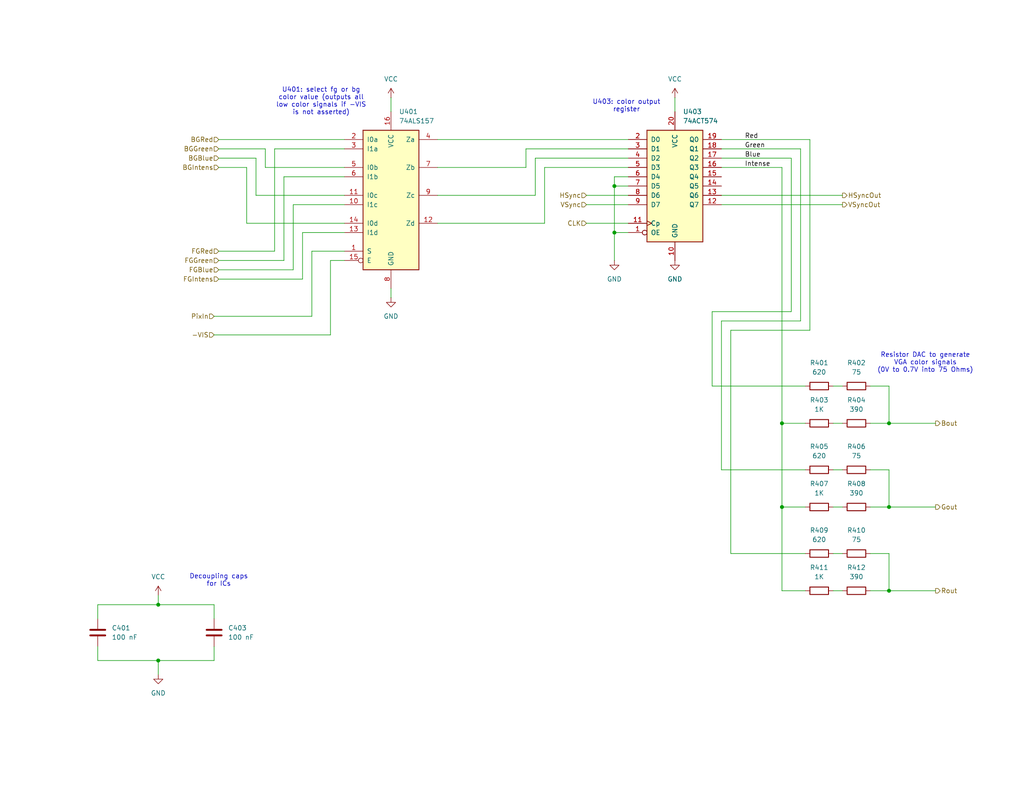
<source format=kicad_sch>
(kicad_sch (version 20231120) (generator "eeschema") (generator_version "8.0")
  (paper "USLetter")
  (title_block (title "Output") (company "daveho hacks"))
  (lib_symbols
    (symbol "74xx:74LS157" (pin_names (offset 1.016))
      (property "Reference" "U" (at -7.62 19.05 0))
      (property "Value" "74LS157" (at -7.62 -21.59 0))
      (symbol "74LS157_1_0"
        (pin input line (at -12.7 -15.24 0) (length 5.08) (name "S") (number "1"))
        (pin input line (at -12.7 -2.54 0) (length 5.08) (name "I1c") (number "10"))
        (pin input line (at -12.7 0 0) (length 5.08) (name "I0c") (number "11"))
        (pin output line (at 12.7 -7.62 180) (length 5.08) (name "Zd") (number "12"))
        (pin input line (at -12.7 -10.16 0) (length 5.08) (name "I1d") (number "13"))
        (pin input line (at -12.7 -7.62 0) (length 5.08) (name "I0d") (number "14"))
        (pin input inverted (at -12.7 -17.78 0) (length 5.08) (name "E") (number "15"))
        (pin power_in line (at 0 22.86 270) (length 5.08) (name "VCC") (number "16"))
        (pin input line (at -12.7 15.24 0) (length 5.08) (name "I0a") (number "2"))
        (pin input line (at -12.7 12.7 0) (length 5.08) (name "I1a") (number "3"))
        (pin output line (at 12.7 15.24 180) (length 5.08) (name "Za") (number "4"))
        (pin input line (at -12.7 7.62 0) (length 5.08) (name "I0b") (number "5"))
        (pin input line (at -12.7 5.08 0) (length 5.08) (name "I1b") (number "6"))
        (pin output line (at 12.7 7.62 180) (length 5.08) (name "Zb") (number "7"))
        (pin power_in line (at 0 -25.4 90) (length 5.08) (name "GND") (number "8"))
        (pin output line (at 12.7 0 180) (length 5.08) (name "Zc") (number "9"))
      )
      (symbol "74LS157_1_1"
        (rectangle (start -7.62 17.78) (end 7.62 -20.32) (stroke (width 0.254)) (fill (type background)))
      )
    )
    (symbol "74xx:74LS574" (pin_names (offset 1.016))
      (property "Reference" "U" (at -7.62 16.51 0))
      (property "Value" "74LS574" (at -7.62 -16.51 0))
      (symbol "74LS574_1_0"
        (pin input inverted (at -12.7 -12.7 0) (length 5.08) (name "OE") (number "1"))
        (pin power_in line (at 0 -20.32 90) (length 5.08) (name "GND") (number "10"))
        (pin input clock (at -12.7 -10.16 0) (length 5.08) (name "Cp") (number "11"))
        (pin tri_state line (at 12.7 -5.08 180) (length 5.08) (name "Q7") (number "12"))
        (pin tri_state line (at 12.7 -2.54 180) (length 5.08) (name "Q6") (number "13"))
        (pin tri_state line (at 12.7 0 180) (length 5.08) (name "Q5") (number "14"))
        (pin tri_state line (at 12.7 2.54 180) (length 5.08) (name "Q4") (number "15"))
        (pin tri_state line (at 12.7 5.08 180) (length 5.08) (name "Q3") (number "16"))
        (pin tri_state line (at 12.7 7.62 180) (length 5.08) (name "Q2") (number "17"))
        (pin tri_state line (at 12.7 10.16 180) (length 5.08) (name "Q1") (number "18"))
        (pin tri_state line (at 12.7 12.7 180) (length 5.08) (name "Q0") (number "19"))
        (pin input line (at -12.7 12.7 0) (length 5.08) (name "D0") (number "2"))
        (pin power_in line (at 0 20.32 270) (length 5.08) (name "VCC") (number "20"))
        (pin input line (at -12.7 10.16 0) (length 5.08) (name "D1") (number "3"))
        (pin input line (at -12.7 7.62 0) (length 5.08) (name "D2") (number "4"))
        (pin input line (at -12.7 5.08 0) (length 5.08) (name "D3") (number "5"))
        (pin input line (at -12.7 2.54 0) (length 5.08) (name "D4") (number "6"))
        (pin input line (at -12.7 0 0) (length 5.08) (name "D5") (number "7"))
        (pin input line (at -12.7 -2.54 0) (length 5.08) (name "D6") (number "8"))
        (pin input line (at -12.7 -5.08 0) (length 5.08) (name "D7") (number "9"))
      )
      (symbol "74LS574_1_1"
        (rectangle (start -7.62 15.24) (end 7.62 -15.24) (stroke (width 0.254)) (fill (type background)))
      )
    )
    (symbol "Device:C" (pin_numbers hide) (pin_names (offset 0.254))
      (property "Reference" "C" (at 0.635 2.54 0))
      (property "Value" "C" (at 0.635 -2.54 0))
      (symbol "C_0_1"
        (polyline (pts (xy -2.032 -0.762) (xy 2.032 -0.762)) (stroke (width 0.508)))
        (polyline (pts (xy -2.032 0.762) (xy 2.032 0.762)) (stroke (width 0.508)))
      )
      (symbol "C_1_1"
        (pin passive line (at 0 3.81 270) (length 2.794) (name "~") (number "1"))
        (pin passive line (at 0 -3.81 90) (length 2.794) (name "~") (number "2"))
      )
    )
    (symbol "Device:R" (pin_numbers hide) (pin_names (offset 0))
      (property "Reference" "R" (at 2.032 0 90))
      (property "Value" "R" (at 0 0 90))
      (symbol "R_0_1"
        (rectangle (start -1.016 -2.54) (end 1.016 2.54) (stroke (width 0.254)))
      )
      (symbol "R_1_1"
        (pin passive line (at 0 3.81 270) (length 1.27) (name "~") (number "1"))
        (pin passive line (at 0 -3.81 90) (length 1.27) (name "~") (number "2"))
      )
    )
    (symbol "power:GND" (power) (pin_numbers hide) (pin_names (offset 0) hide)
      (property "Value" "GND" (at 0 -3.81 0))
      (symbol "GND_0_1"
        (polyline (pts (xy 0 0) (xy 0 -1.27) (xy 1.27 -1.27) (xy 0 -2.54) (xy -1.27 -1.27) (xy 0 -1.27)))
      )
      (symbol "GND_1_1"
        (pin power_in line (at 0 0 270) (length 0) (name "~") (number "1"))
      )
    )
    (symbol "power:VCC" (power) (pin_numbers hide) (pin_names (offset 0) hide)
      (property "Value" "VCC" (at 0 3.556 0))
      (symbol "VCC_0_1"
        (polyline (pts (xy -0.762 1.27) (xy 0 2.54)))
        (polyline (pts (xy 0 0) (xy 0 2.54)))
        (polyline (pts (xy 0 2.54) (xy 0.762 1.27)))
      )
      (symbol "VCC_1_1"
        (pin power_in line (at 0 0 90) (length 0) (name "~") (number "1"))
      )
    )
  )
  (junction (at 242.57 115.57))
  (junction (at 43.18 180.34))
  (junction (at 213.36 138.43))
  (junction (at 43.18 165.1))
  (junction (at 242.57 138.43))
  (junction (at 213.36 115.57))
  (junction (at 167.64 50.8))
  (junction (at 242.57 161.29))
  (junction (at 167.64 63.5))
  (wire (pts (xy 196.85 55.88) (xy 229.87 55.88)))
  (wire (pts (xy 171.45 40.64) (xy 143.51 40.64)))
  (wire (pts (xy 242.57 151.13) (xy 242.57 161.29)))
  (wire (pts (xy 119.38 53.34) (xy 146.05 53.34)))
  (wire (pts (xy 58.42 86.36) (xy 85.09 86.36)))
  (wire (pts (xy 218.44 87.63) (xy 196.85 87.63)))
  (wire (pts (xy 59.69 45.72) (xy 67.31 45.72)))
  (wire (pts (xy 67.31 60.96) (xy 93.98 60.96)))
  (wire (pts (xy 26.67 176.53) (xy 26.67 180.34)))
  (wire (pts (xy 199.39 151.13) (xy 219.71 151.13)))
  (wire (pts (xy 90.17 71.12) (xy 93.98 71.12)))
  (wire (pts (xy 196.85 38.1) (xy 220.98 38.1)))
  (wire (pts (xy 143.51 40.64) (xy 143.51 45.72)))
  (wire (pts (xy 106.68 78.74) (xy 106.68 81.28)))
  (wire (pts (xy 227.33 128.27) (xy 229.87 128.27)))
  (wire (pts (xy 106.68 26.67) (xy 106.68 30.48)))
  (wire (pts (xy 167.64 48.26) (xy 167.64 50.8)))
  (wire (pts (xy 196.85 53.34) (xy 229.87 53.34)))
  (wire (pts (xy 67.31 45.72) (xy 67.31 60.96)))
  (wire (pts (xy 59.69 38.1) (xy 93.98 38.1)))
  (wire (pts (xy 85.09 68.58) (xy 93.98 68.58)))
  (wire (pts (xy 171.45 45.72) (xy 148.59 45.72)))
  (wire (pts (xy 59.69 40.64) (xy 72.39 40.64)))
  (wire (pts (xy 58.42 176.53) (xy 58.42 180.34)))
  (wire (pts (xy 194.31 105.41) (xy 219.71 105.41)))
  (wire (pts (xy 58.42 165.1) (xy 43.18 165.1)))
  (wire (pts (xy 227.33 151.13) (xy 229.87 151.13)))
  (wire (pts (xy 237.49 138.43) (xy 242.57 138.43)))
  (wire (pts (xy 72.39 45.72) (xy 93.98 45.72)))
  (wire (pts (xy 160.02 53.34) (xy 171.45 53.34)))
  (wire (pts (xy 184.15 26.67) (xy 184.15 30.48)))
  (wire (pts (xy 213.36 45.72) (xy 213.36 115.57)))
  (wire (pts (xy 69.85 53.34) (xy 93.98 53.34)))
  (wire (pts (xy 237.49 115.57) (xy 242.57 115.57)))
  (wire (pts (xy 43.18 162.56) (xy 43.18 165.1)))
  (wire (pts (xy 215.9 85.09) (xy 194.31 85.09)))
  (wire (pts (xy 196.85 128.27) (xy 219.71 128.27)))
  (wire (pts (xy 69.85 43.18) (xy 69.85 53.34)))
  (wire (pts (xy 196.85 87.63) (xy 196.85 128.27)))
  (wire (pts (xy 82.55 76.2) (xy 82.55 63.5)))
  (wire (pts (xy 90.17 71.12) (xy 90.17 91.44)))
  (wire (pts (xy 26.67 165.1) (xy 43.18 165.1)))
  (wire (pts (xy 72.39 40.64) (xy 72.39 45.72)))
  (wire (pts (xy 160.02 60.96) (xy 171.45 60.96)))
  (wire (pts (xy 119.38 38.1) (xy 171.45 38.1)))
  (wire (pts (xy 171.45 43.18) (xy 146.05 43.18)))
  (wire (pts (xy 242.57 105.41) (xy 242.57 115.57)))
  (wire (pts (xy 59.69 73.66) (xy 80.01 73.66)))
  (wire (pts (xy 237.49 128.27) (xy 242.57 128.27)))
  (wire (pts (xy 196.85 40.64) (xy 218.44 40.64)))
  (wire (pts (xy 220.98 90.17) (xy 199.39 90.17)))
  (wire (pts (xy 237.49 161.29) (xy 242.57 161.29)))
  (wire (pts (xy 59.69 76.2) (xy 82.55 76.2)))
  (wire (pts (xy 85.09 86.36) (xy 85.09 68.58)))
  (wire (pts (xy 59.69 43.18) (xy 69.85 43.18)))
  (wire (pts (xy 242.57 161.29) (xy 255.27 161.29)))
  (wire (pts (xy 167.64 50.8) (xy 171.45 50.8)))
  (wire (pts (xy 59.69 71.12) (xy 77.47 71.12)))
  (wire (pts (xy 194.31 85.09) (xy 194.31 105.41)))
  (wire (pts (xy 213.36 138.43) (xy 213.36 161.29)))
  (wire (pts (xy 74.93 68.58) (xy 74.93 40.64)))
  (wire (pts (xy 227.33 161.29) (xy 229.87 161.29)))
  (wire (pts (xy 26.67 180.34) (xy 43.18 180.34)))
  (wire (pts (xy 167.64 50.8) (xy 167.64 63.5)))
  (wire (pts (xy 213.36 115.57) (xy 219.71 115.57)))
  (wire (pts (xy 160.02 55.88) (xy 171.45 55.88)))
  (wire (pts (xy 77.47 48.26) (xy 93.98 48.26)))
  (wire (pts (xy 171.45 48.26) (xy 167.64 48.26)))
  (wire (pts (xy 146.05 43.18) (xy 146.05 53.34)))
  (wire (pts (xy 148.59 45.72) (xy 148.59 60.96)))
  (wire (pts (xy 77.47 71.12) (xy 77.47 48.26)))
  (wire (pts (xy 213.36 138.43) (xy 219.71 138.43)))
  (wire (pts (xy 119.38 60.96) (xy 148.59 60.96)))
  (wire (pts (xy 58.42 91.44) (xy 90.17 91.44)))
  (wire (pts (xy 58.42 168.91) (xy 58.42 165.1)))
  (wire (pts (xy 227.33 115.57) (xy 229.87 115.57)))
  (wire (pts (xy 199.39 90.17) (xy 199.39 151.13)))
  (wire (pts (xy 74.93 40.64) (xy 93.98 40.64)))
  (wire (pts (xy 219.71 161.29) (xy 213.36 161.29)))
  (wire (pts (xy 242.57 128.27) (xy 242.57 138.43)))
  (wire (pts (xy 220.98 38.1) (xy 220.98 90.17)))
  (wire (pts (xy 196.85 43.18) (xy 215.9 43.18)))
  (wire (pts (xy 237.49 151.13) (xy 242.57 151.13)))
  (wire (pts (xy 80.01 55.88) (xy 93.98 55.88)))
  (wire (pts (xy 171.45 63.5) (xy 167.64 63.5)))
  (wire (pts (xy 82.55 63.5) (xy 93.98 63.5)))
  (wire (pts (xy 242.57 138.43) (xy 255.27 138.43)))
  (wire (pts (xy 242.57 115.57) (xy 255.27 115.57)))
  (wire (pts (xy 215.9 43.18) (xy 215.9 85.09)))
  (wire (pts (xy 43.18 180.34) (xy 43.18 184.15)))
  (wire (pts (xy 167.64 63.5) (xy 167.64 71.12)))
  (wire (pts (xy 59.69 68.58) (xy 74.93 68.58)))
  (wire (pts (xy 227.33 105.41) (xy 229.87 105.41)))
  (wire (pts (xy 119.38 45.72) (xy 143.51 45.72)))
  (wire (pts (xy 196.85 45.72) (xy 213.36 45.72)))
  (wire (pts (xy 26.67 165.1) (xy 26.67 168.91)))
  (wire (pts (xy 213.36 115.57) (xy 213.36 138.43)))
  (wire (pts (xy 80.01 73.66) (xy 80.01 55.88)))
  (wire (pts (xy 43.18 180.34) (xy 58.42 180.34)))
  (wire (pts (xy 237.49 105.41) (xy 242.57 105.41)))
  (wire (pts (xy 218.44 40.64) (xy 218.44 87.63)))
  (wire (pts (xy 227.33 138.43) (xy 229.87 138.43)))
  (text "U403: color output\nregister" (at 170.942 28.956 0) (effects (font (size 1.27 1.27))))
  (text "Resistor DAC to generate\nVGA color signals\n(0V to 0.7V into 75 Ohms)" (at 252.476 99.06 0) (effects (font (size 1.27 1.27))))
  (text "Decoupling caps\nfor ICs" (at 59.69 158.496 0) (effects (font (size 1.27 1.27))))
  (text "U401: select fg or bg\ncolor value (outputs all\nlow color signals if -VIS\nis not asserted)" (at 87.63 27.686 0) (effects (font (size 1.27 1.27))))
  (label "Red" (at 203.2 38.1 0))
  (label "Blue" (at 203.2 43.18 0))
  (label "Intense" (at 203.2 45.72 0))
  (label "Green" (at 203.2 40.64 0))
  (hierarchical_label "-VIS" (shape input) (at 58.42 91.44 180))
  (hierarchical_label "FGRed" (shape input) (at 59.69 68.58 180))
  (hierarchical_label "Gout" (shape output) (at 255.27 138.43 0))
  (hierarchical_label "BGRed" (shape input) (at 59.69 38.1 180))
  (hierarchical_label "BGIntens" (shape input) (at 59.69 45.72 180))
  (hierarchical_label "FGBlue" (shape input) (at 59.69 73.66 180))
  (hierarchical_label "HSync" (shape input) (at 160.02 53.34 180))
  (hierarchical_label "VSyncOut" (shape output) (at 229.87 55.88 0))
  (hierarchical_label "HSyncOut" (shape output) (at 229.87 53.34 0))
  (hierarchical_label "FGIntens" (shape input) (at 59.69 76.2 180))
  (hierarchical_label "Rout" (shape output) (at 255.27 161.29 0))
  (hierarchical_label "PixIn" (shape input) (at 58.42 86.36 180))
  (hierarchical_label "BGGreen" (shape input) (at 59.69 40.64 180))
  (hierarchical_label "FGGreen" (shape input) (at 59.69 71.12 180))
  (hierarchical_label "Bout" (shape output) (at 255.27 115.57 0))
  (hierarchical_label "BGBlue" (shape input) (at 59.69 43.18 180))
  (hierarchical_label "CLK" (shape input) (at 160.02 60.96 180))
  (hierarchical_label "VSync" (shape input) (at 160.02 55.88 180))
  (symbol (lib_id "Device:R") (at 223.52 128.27 270) (unit 1)
    (property "Reference" "R405" (at 223.52 121.92 90))
    (property "Value" "620" (at 223.52 124.46 90))
    (property "Description" "Resistor" (effects (hide yes)))
  )
  (symbol (lib_id "Device:R") (at 223.52 138.43 90) (unit 1)
    (property "Reference" "R407" (at 223.52 132.08 90))
    (property "Value" "1K" (at 223.52 134.62 90))
    (property "Description" "Resistor" (effects (hide yes)))
  )
  (symbol (lib_id "power:GND") (at 43.18 184.15 0) (unit 1)
    (property "Reference" "#PWR046" (effects (hide yes)))
    (property "Value" "GND" (at 43.18 189.23 0))
    (property "Description" "Power symbol creates a global label with name \"GND\" , ground" (effects (hide yes)))
  )
  (symbol (lib_id "Device:R") (at 223.52 115.57 90) (unit 1)
    (property "Reference" "R403" (at 223.52 109.22 90))
    (property "Value" "1K" (at 223.52 111.76 90))
    (property "Description" "Resistor" (effects (hide yes)))
  )
  (symbol (lib_id "Device:R") (at 233.68 138.43 90) (unit 1)
    (property "Reference" "R408" (at 233.68 132.08 90))
    (property "Value" "390" (at 233.68 134.62 90))
    (property "Description" "Resistor" (effects (hide yes)))
  )
  (symbol (lib_id "Device:R") (at 223.52 105.41 270) (unit 1)
    (property "Reference" "R401" (at 223.52 99.06 90))
    (property "Value" "620" (at 223.52 101.6 90))
    (property "Description" "Resistor" (effects (hide yes)))
  )
  (symbol (lib_id "power:VCC") (at 184.15 26.67 0) (unit 1)
    (property "Reference" "#PWR090" (effects (hide yes)))
    (property "Value" "VCC" (at 184.15 21.59 0))
    (property "Description" "Power symbol creates a global label with name \"VCC\"" (effects (hide yes)))
  )
  (symbol (lib_id "Device:R") (at 233.68 151.13 270) (unit 1)
    (property "Reference" "R410" (at 233.68 144.78 90))
    (property "Value" "75" (at 233.68 147.32 90))
    (property "Description" "Resistor" (effects (hide yes)))
  )
  (symbol (lib_id "Device:R") (at 233.68 105.41 270) (unit 1)
    (property "Reference" "R402" (at 233.68 99.06 90))
    (property "Value" "75" (at 233.68 101.6 90))
    (property "Description" "Resistor" (effects (hide yes)))
  )
  (symbol (lib_id "Device:R") (at 233.68 128.27 270) (unit 1)
    (property "Reference" "R406" (at 233.68 121.92 90))
    (property "Value" "75" (at 233.68 124.46 90))
    (property "Description" "Resistor" (effects (hide yes)))
  )
  (symbol (lib_id "74xx:74LS574") (at 184.15 50.8 0) (unit 1)
    (property "Reference" "U403" (at 186.3441 30.48 0) (effects (justify left)))
    (property "Value" "74ACT574" (at 186.3441 33.02 0) (effects (justify left)))
    (property "Datasheet" "http://www.ti.com/lit/gpn/sn74LS574" (effects (hide yes)))
    (property "Description" "8-bit Register, 3-state outputs" (effects (hide yes)))
  )
  (symbol (lib_id "Device:C") (at 26.67 172.72 0) (unit 1)
    (property "Reference" "C401" (at 30.48 171.4499 0) (effects (justify left)))
    (property "Value" "100 nF" (at 30.48 173.9899 0) (effects (justify left)))
    (property "Description" "Unpolarized capacitor" (effects (hide yes)))
  )
  (symbol (lib_id "74xx:74LS157") (at 106.68 53.34 0) (unit 1)
    (property "Reference" "U401" (at 108.8741 30.48 0) (effects (justify left)))
    (property "Value" "74ALS157" (at 108.8741 33.02 0) (effects (justify left)))
    (property "Datasheet" "http://www.ti.com/lit/gpn/sn74LS157" (effects (hide yes)))
    (property "Description" "Quad 2 to 1 line Multiplexer" (effects (hide yes)))
  )
  (symbol (lib_id "power:GND") (at 167.64 71.12 0) (unit 1)
    (property "Reference" "#PWR089" (effects (hide yes)))
    (property "Value" "GND" (at 167.64 76.2 0))
    (property "Description" "Power symbol creates a global label with name \"GND\" , ground" (effects (hide yes)))
  )
  (symbol (lib_id "power:GND") (at 106.68 81.28 0) (unit 1)
    (property "Reference" "#PWR041" (effects (hide yes)))
    (property "Value" "GND" (at 106.68 86.36 0))
    (property "Description" "Power symbol creates a global label with name \"GND\" , ground" (effects (hide yes)))
  )
  (symbol (lib_id "Device:C") (at 58.42 172.72 0) (unit 1)
    (property "Reference" "C403" (at 62.23 171.4499 0) (effects (justify left)))
    (property "Value" "100 nF" (at 62.23 173.9899 0) (effects (justify left)))
    (property "Description" "Unpolarized capacitor" (effects (hide yes)))
  )
  (symbol (lib_id "Device:R") (at 223.52 161.29 90) (unit 1)
    (property "Reference" "R411" (at 223.52 154.94 90))
    (property "Value" "1K" (at 223.52 157.48 90))
    (property "Description" "Resistor" (effects (hide yes)))
  )
  (symbol (lib_id "power:GND") (at 184.15 71.12 0) (unit 1)
    (property "Reference" "#PWR088" (effects (hide yes)))
    (property "Value" "GND" (at 184.15 76.2 0))
    (property "Description" "Power symbol creates a global label with name \"GND\" , ground" (effects (hide yes)))
  )
  (symbol (lib_id "power:VCC") (at 43.18 162.56 0) (unit 1)
    (property "Reference" "#PWR045" (effects (hide yes)))
    (property "Value" "VCC" (at 43.18 157.48 0))
    (property "Description" "Power symbol creates a global label with name \"VCC\"" (effects (hide yes)))
  )
  (symbol (lib_id "power:VCC") (at 106.68 26.67 0) (unit 1)
    (property "Reference" "#PWR040" (effects (hide yes)))
    (property "Value" "VCC" (at 106.68 21.59 0))
    (property "Description" "Power symbol creates a global label with name \"VCC\"" (effects (hide yes)))
  )
  (symbol (lib_id "Device:R") (at 223.52 151.13 270) (unit 1)
    (property "Reference" "R409" (at 223.52 144.78 90))
    (property "Value" "620" (at 223.52 147.32 90))
    (property "Description" "Resistor" (effects (hide yes)))
  )
  (symbol (lib_id "Device:R") (at 233.68 115.57 90) (unit 1)
    (property "Reference" "R404" (at 233.68 109.22 90))
    (property "Value" "390" (at 233.68 111.76 90))
    (property "Description" "Resistor" (effects (hide yes)))
  )
  (symbol (lib_id "Device:R") (at 233.68 161.29 90) (unit 1)
    (property "Reference" "R412" (at 233.68 154.94 90))
    (property "Value" "390" (at 233.68 157.48 90))
    (property "Description" "Resistor" (effects (hide yes)))
  )
)
</source>
